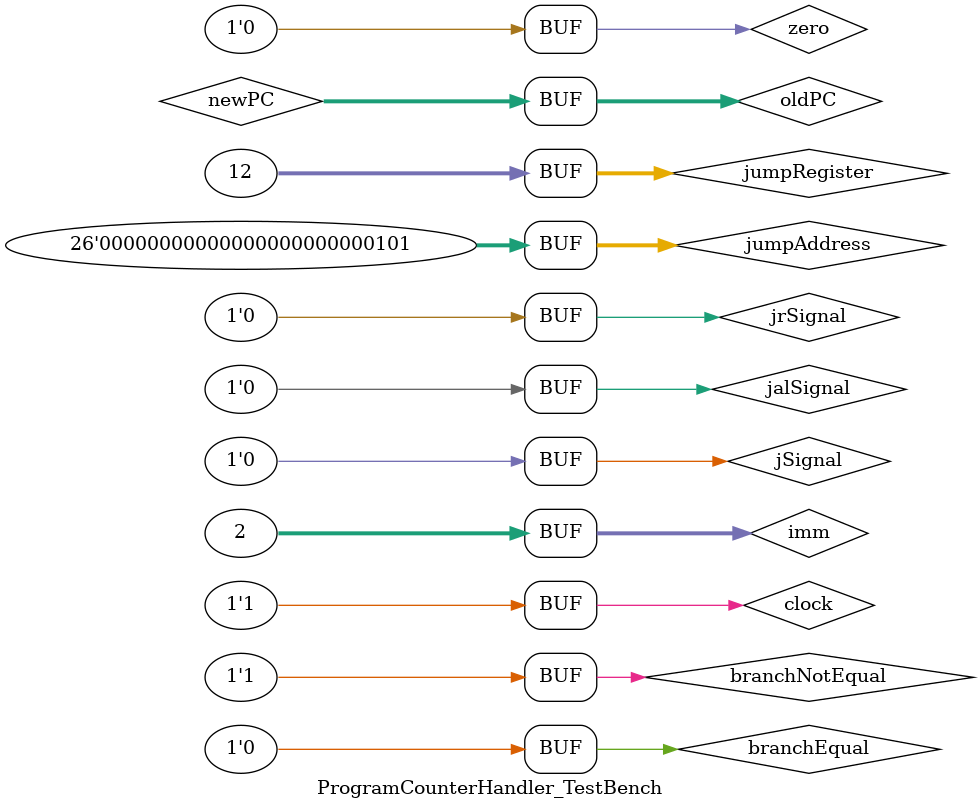
<source format=v>
module ProgramCounterHandler_TestBench();
	// Variable declarations
	wire [31:0]newPC; 
	reg [31:0]oldPC, jumpRegister;
	reg [25:0]jumpAddress;
	reg [31:0]imm;
	reg branchEqual, branchNotEqual, zero, jSignal, jrSignal, jalSignal, clock;
	
	// Calling module to test
	ProgramCounterHandler pcTest(newPC, oldPC, imm, jumpAddress, jumpRegister, branchEqual, branchNotEqual, zero, jSignal, jrSignal, jalSignal, clock);
	
	
	
	initial begin
		oldPC = 0;
		imm = 2;
		branchEqual = 0;
		branchNotEqual = 1;
		zero = 0;
		clock = 1;
		jSignal = 0;
		jrSignal = 0;
		jalSignal = 0;
		jumpAddress = 5;
		jumpRegister = 12;
		
		#20
		clock = ~clock; oldPC = newPC; #20;
		clock = ~clock; oldPC = newPC; #20;
		clock = ~clock; oldPC = newPC; #20;
		clock = ~clock; oldPC = newPC; #20;
	end
	
	initial begin
		// Monitoring changes
		$monitor("oldPC: %4b\nnewPC: %4b\nimm: %32b\nbeq: %1b\nbne: %1b\nzero: %1b\njSignal: %1b\njrSignal: %1b\njalSignal: %1b\nclock1: %1b\n\n", oldPC, newPC, imm, branchEqual, branchNotEqual, zero, jSignal, jrSignal, jalSignal, clock);
	end
endmodule
</source>
